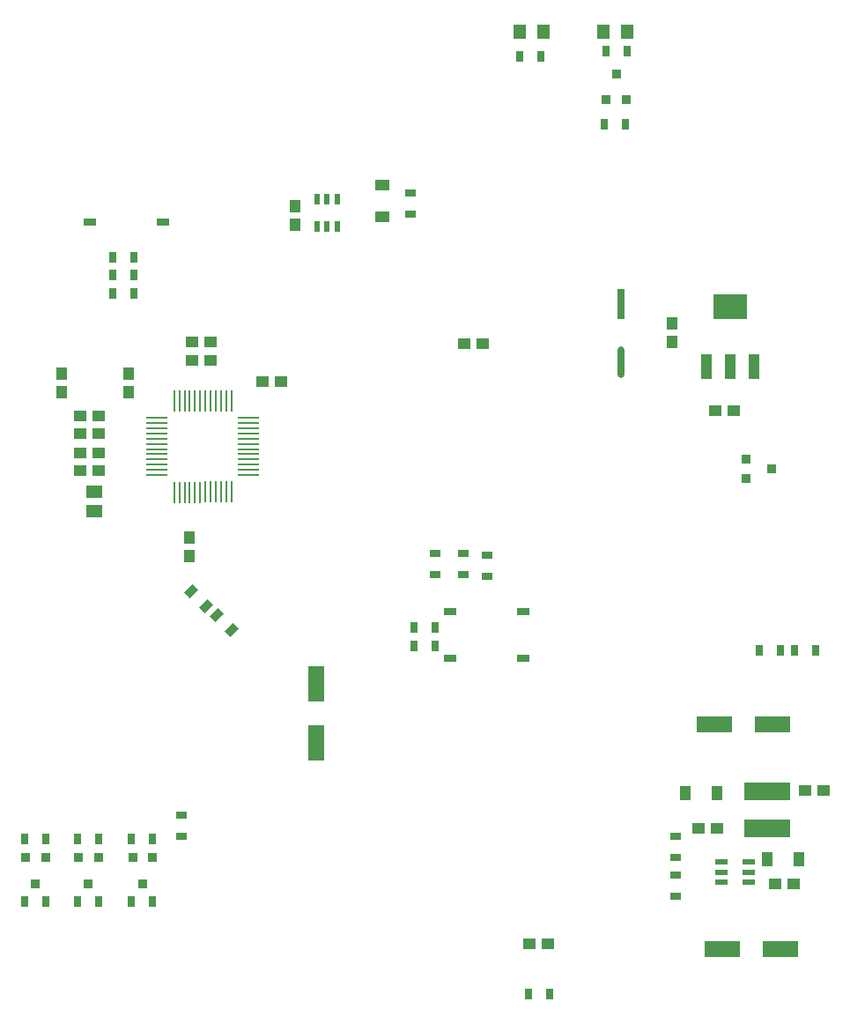
<source format=gtp>
G04*
G04 #@! TF.GenerationSoftware,Altium Limited,Altium Designer,20.0.13 (296)*
G04*
G04 Layer_Color=8421504*
%FSTAX24Y24*%
%MOIN*%
G70*
G01*
G75*
%ADD27R,0.0315X0.0433*%
%ADD28R,0.0500X0.0550*%
%ADD29R,0.0354X0.0374*%
%ADD30R,0.0787X0.0105*%
%ADD31R,0.0105X0.0787*%
%ADD32R,0.0472X0.0433*%
%ADD33R,0.0374X0.0354*%
%ADD34R,0.0433X0.0315*%
%ADD35R,0.0591X0.0512*%
%ADD36R,0.0236X0.0394*%
%ADD37O,0.0276X0.1181*%
%ADD38R,0.0276X0.1181*%
%ADD39R,0.0630X0.1378*%
%ADD40R,0.0433X0.0551*%
%ADD41R,0.0433X0.0551*%
%ADD42R,0.1772X0.0709*%
%ADD43R,0.0472X0.0315*%
%ADD44R,0.0394X0.0945*%
%ADD45R,0.1299X0.0945*%
%ADD46R,0.0472X0.0236*%
%ADD47R,0.0433X0.0472*%
G04:AMPARAMS|DCode=48|XSize=31.5mil|YSize=43.3mil|CornerRadius=0mil|HoleSize=0mil|Usage=FLASHONLY|Rotation=135.000|XOffset=0mil|YOffset=0mil|HoleType=Round|Shape=Rectangle|*
%AMROTATEDRECTD48*
4,1,4,0.0264,0.0042,-0.0042,-0.0264,-0.0264,-0.0042,0.0042,0.0264,0.0264,0.0042,0.0*
%
%ADD48ROTATEDRECTD48*%

%ADD49R,0.0551X0.0433*%
%ADD50R,0.0551X0.0433*%
%ADD51R,0.1378X0.0630*%
D27*
X02905Y0517D02*
D03*
X02985D02*
D03*
X0299Y05445D02*
D03*
X0291D02*
D03*
X01125Y046D02*
D03*
X01045D02*
D03*
Y04665D02*
D03*
X01125D02*
D03*
X02185Y03265D02*
D03*
X02265D02*
D03*
X02185Y03195D02*
D03*
X02265D02*
D03*
X02585Y05425D02*
D03*
X02665D02*
D03*
X01045Y0453D02*
D03*
X01125D02*
D03*
X026961Y01879D02*
D03*
X026161D02*
D03*
X01195Y0223D02*
D03*
X01115D02*
D03*
X0071D02*
D03*
X0079D02*
D03*
X0099D02*
D03*
X0091D02*
D03*
X0099Y02465D02*
D03*
X0091D02*
D03*
X0079D02*
D03*
X0071D02*
D03*
X01195D02*
D03*
X01115D02*
D03*
X03705Y0318D02*
D03*
X03625D02*
D03*
X0357D02*
D03*
X0349D02*
D03*
D28*
X029Y0552D02*
D03*
X0299D02*
D03*
X02585D02*
D03*
X02675D02*
D03*
D29*
X029876Y052608D02*
D03*
X0295Y053592D02*
D03*
X029126Y052608D02*
D03*
X011194Y02395D02*
D03*
X01157Y022966D02*
D03*
X011944Y02395D02*
D03*
X007144D02*
D03*
X00752Y022966D02*
D03*
X007894Y02395D02*
D03*
X009894D02*
D03*
X00952Y022966D02*
D03*
X009144Y02395D02*
D03*
D30*
X012119Y040579D02*
D03*
Y040382D02*
D03*
Y040185D02*
D03*
Y039989D02*
D03*
Y039792D02*
D03*
Y039595D02*
D03*
Y039398D02*
D03*
Y039201D02*
D03*
Y039004D02*
D03*
Y038611D02*
D03*
Y038414D02*
D03*
Y038807D02*
D03*
X015572Y038414D02*
D03*
X015584Y038611D02*
D03*
Y038807D02*
D03*
Y039004D02*
D03*
Y039201D02*
D03*
Y039398D02*
D03*
Y039595D02*
D03*
Y039792D02*
D03*
Y039989D02*
D03*
Y040382D02*
D03*
Y040579D02*
D03*
Y040185D02*
D03*
D31*
X012769Y037764D02*
D03*
X012966D02*
D03*
X013163D02*
D03*
X013359D02*
D03*
X013556D02*
D03*
X013753D02*
D03*
X013952Y037768D02*
D03*
X014152D02*
D03*
X014352D02*
D03*
X014552D02*
D03*
X014752D02*
D03*
X014952D02*
D03*
X014934Y041229D02*
D03*
X014737D02*
D03*
X014541D02*
D03*
X014344D02*
D03*
X014147D02*
D03*
X01395D02*
D03*
X013753Y041221D02*
D03*
X013556D02*
D03*
X013359D02*
D03*
X013163D02*
D03*
X012966D02*
D03*
X012769D02*
D03*
D32*
X02445Y0434D02*
D03*
X02375D02*
D03*
X0168Y04195D02*
D03*
X0161D02*
D03*
X01415Y04345D02*
D03*
X01345D02*
D03*
X01415Y04275D02*
D03*
X01345D02*
D03*
X0099Y04065D02*
D03*
X0092D02*
D03*
X0099Y04D02*
D03*
X0092D02*
D03*
X0092Y03925D02*
D03*
X0099D02*
D03*
X0092Y0386D02*
D03*
X0099D02*
D03*
X03395Y04085D02*
D03*
X03325D02*
D03*
X03665Y0265D02*
D03*
X03735D02*
D03*
X0326Y02505D02*
D03*
X0333D02*
D03*
X0355Y02295D02*
D03*
X0362D02*
D03*
X0269Y0207D02*
D03*
X0262D02*
D03*
D33*
X034408Y038274D02*
D03*
X035392Y03865D02*
D03*
X034408Y039024D02*
D03*
D34*
X01305Y02555D02*
D03*
Y02475D02*
D03*
X02265Y03465D02*
D03*
Y03545D02*
D03*
X0237Y03465D02*
D03*
Y03545D02*
D03*
X0246Y0346D02*
D03*
Y0354D02*
D03*
X0217Y0491D02*
D03*
Y0483D02*
D03*
X03175Y02395D02*
D03*
Y02475D02*
D03*
Y0233D02*
D03*
Y0225D02*
D03*
D35*
X00975Y037052D02*
D03*
Y0378D02*
D03*
D36*
X018185Y048845D02*
D03*
X018559D02*
D03*
X018933D02*
D03*
X018185Y047822D02*
D03*
X018559D02*
D03*
X018933D02*
D03*
D37*
X029678Y042673D02*
D03*
D38*
Y044873D02*
D03*
D39*
X01815Y030502D02*
D03*
Y028298D02*
D03*
D40*
X0352Y0239D02*
D03*
X0321Y0264D02*
D03*
D41*
X0364Y0239D02*
D03*
X0333Y0264D02*
D03*
D42*
X0352Y02505D02*
D03*
X0352Y02645D02*
D03*
D43*
X025978Y03325D02*
D03*
X023222D02*
D03*
X012328Y048D02*
D03*
X009572D02*
D03*
X023222Y0315D02*
D03*
X025978D02*
D03*
D44*
X032894Y042508D02*
D03*
X0338Y042508D02*
D03*
X034706Y042508D02*
D03*
D45*
X0338Y044792D02*
D03*
D46*
X033476Y023026D02*
D03*
Y0234D02*
D03*
Y023774D02*
D03*
X0345Y023026D02*
D03*
Y0234D02*
D03*
X0345Y023774D02*
D03*
D47*
X01735Y0479D02*
D03*
Y0486D02*
D03*
X01335Y03535D02*
D03*
Y03605D02*
D03*
X031602Y044139D02*
D03*
Y043439D02*
D03*
X01105Y04155D02*
D03*
Y04225D02*
D03*
X0085Y04155D02*
D03*
Y04225D02*
D03*
D48*
X013417Y034033D02*
D03*
X013983Y033467D02*
D03*
X014367Y033133D02*
D03*
X014933Y032567D02*
D03*
D49*
X02065Y0494D02*
D03*
D50*
Y0482D02*
D03*
D51*
X033498Y0205D02*
D03*
X035702D02*
D03*
X033195Y029D02*
D03*
X0354D02*
D03*
M02*

</source>
